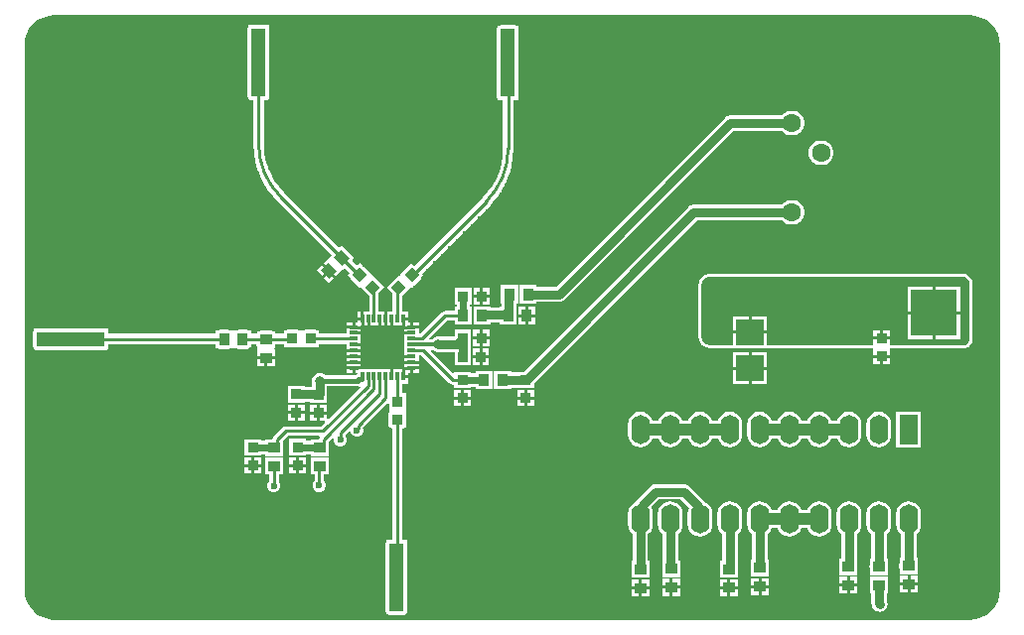
<source format=gtl>
G04*
G04 #@! TF.GenerationSoftware,Altium Limited,Altium Designer,21.1.1 (26)*
G04*
G04 Layer_Physical_Order=1*
G04 Layer_Color=255*
%FSLAX43Y43*%
%MOMM*%
G71*
G04*
G04 #@! TF.SameCoordinates,37E81C00-8B6F-4B96-ABBB-DCCB29EF6B03*
G04*
G04*
G04 #@! TF.FilePolarity,Positive*
G04*
G01*
G75*
%ADD12C,0.254*%
%ADD14R,1.020X0.940*%
%ADD15R,0.300X0.800*%
%ADD16R,0.800X0.300*%
%ADD17R,3.800X3.800*%
%ADD18R,1.702X5.842*%
%ADD19R,1.270X5.842*%
%ADD20R,0.930X0.870*%
G04:AMPARAMS|DCode=21|XSize=0.94mm|YSize=1.02mm|CornerRadius=0mm|HoleSize=0mm|Usage=FLASHONLY|Rotation=45.000|XOffset=0mm|YOffset=0mm|HoleType=Round|Shape=Rectangle|*
%AMROTATEDRECTD21*
4,1,4,0.028,-0.693,-0.693,0.028,-0.028,0.693,0.693,-0.028,0.028,-0.693,0.0*
%
%ADD21ROTATEDRECTD21*%

%ADD22R,0.940X1.020*%
%ADD23R,4.000X4.000*%
%ADD24R,0.870X0.930*%
%ADD25R,5.842X1.702*%
%ADD26R,5.842X1.270*%
%ADD27R,2.350X2.210*%
G04:AMPARAMS|DCode=28|XSize=0.87mm|YSize=0.93mm|CornerRadius=0mm|HoleSize=0mm|Usage=FLASHONLY|Rotation=315.000|XOffset=0mm|YOffset=0mm|HoleType=Round|Shape=Rectangle|*
%AMROTATEDRECTD28*
4,1,4,-0.636,-0.021,0.021,0.636,0.636,0.021,-0.021,-0.636,-0.636,-0.021,0.0*
%
%ADD28ROTATEDRECTD28*%

G04:AMPARAMS|DCode=29|XSize=0.87mm|YSize=0.93mm|CornerRadius=0mm|HoleSize=0mm|Usage=FLASHONLY|Rotation=45.000|XOffset=0mm|YOffset=0mm|HoleType=Round|Shape=Rectangle|*
%AMROTATEDRECTD29*
4,1,4,0.021,-0.636,-0.636,0.021,-0.021,0.636,0.636,-0.021,0.021,-0.636,0.0*
%
%ADD29ROTATEDRECTD29*%

%ADD30C,4.000*%
%ADD31C,1.600*%
%ADD32R,1.600X2.500*%
%ADD33O,1.600X2.500*%
%ADD34C,1.500*%
%ADD35C,0.600*%
%ADD36C,0.800*%
%ADD37C,1.000*%
%ADD38C,0.293*%
%ADD39C,1.000*%
%ADD40C,0.800*%
%ADD41C,0.400*%
%ADD42C,0.600*%
%ADD43C,0.300*%
G36*
X119986Y105194D02*
X120477Y105045D01*
X120930Y104803D01*
X121327Y104477D01*
X121653Y104080D01*
X121895Y103627D01*
X122044Y103136D01*
X122086Y102706D01*
Y56169D01*
X122044Y55739D01*
X121895Y55248D01*
X121653Y54795D01*
X121327Y54398D01*
X120930Y54072D01*
X120477Y53830D01*
X119986Y53681D01*
X119500Y53634D01*
X119475Y53638D01*
X41652Y53638D01*
X41525Y53638D01*
X41525Y53639D01*
X41400Y53644D01*
X41014Y53682D01*
X40523Y53831D01*
X40070Y54073D01*
X39673Y54398D01*
X39347Y54795D01*
X39105Y55248D01*
X38956Y55739D01*
X38910Y56208D01*
X38913Y56225D01*
X38913Y84362D01*
X38961Y84410D01*
Y103221D01*
X39084Y103627D01*
X39326Y104080D01*
X39652Y104477D01*
X40049Y104803D01*
X40501Y105045D01*
X40993Y105194D01*
X41459Y105240D01*
X41475Y105237D01*
X119475Y105237D01*
X119500Y105241D01*
X119986Y105194D01*
D02*
G37*
%LPC*%
G36*
X104467Y97082D02*
X104189D01*
X103921Y97011D01*
X103681Y96872D01*
X103497Y96688D01*
X99078D01*
X98908Y96666D01*
X98749Y96600D01*
X98612Y96495D01*
X84202Y82085D01*
X82564D01*
Y82189D01*
X81116D01*
Y80661D01*
X82564D01*
Y80765D01*
X84475D01*
X84646Y80788D01*
X84805Y80854D01*
X84941Y80959D01*
X99352Y95369D01*
X103497D01*
X103681Y95185D01*
X103921Y95046D01*
X104189Y94974D01*
X104467D01*
X104735Y95046D01*
X104975Y95185D01*
X105171Y95381D01*
X105310Y95622D01*
X105382Y95890D01*
Y96167D01*
X105310Y96435D01*
X105171Y96676D01*
X104975Y96872D01*
X104735Y97011D01*
X104467Y97082D01*
D02*
G37*
G36*
X106967Y94542D02*
X106689D01*
X106421Y94471D01*
X106181Y94332D01*
X105984Y94136D01*
X105846Y93895D01*
X105774Y93627D01*
Y93350D01*
X105846Y93082D01*
X105984Y92841D01*
X106181Y92645D01*
X106421Y92506D01*
X106689Y92434D01*
X106967D01*
X107235Y92506D01*
X107475Y92645D01*
X107671Y92841D01*
X107810Y93082D01*
X107882Y93350D01*
Y93627D01*
X107810Y93895D01*
X107671Y94136D01*
X107475Y94332D01*
X107235Y94471D01*
X106967Y94542D01*
D02*
G37*
G36*
X104467Y89462D02*
X104189D01*
X103921Y89391D01*
X103681Y89252D01*
X103497Y89068D01*
X95958D01*
X95788Y89046D01*
X95629Y88980D01*
X95492Y88875D01*
X81436Y74819D01*
X80931D01*
Y74775D01*
X80399D01*
Y74864D01*
X78951D01*
Y73336D01*
X80399D01*
Y73455D01*
X80931D01*
Y73441D01*
X82369D01*
Y73886D01*
X96232Y87749D01*
X103497D01*
X103681Y87565D01*
X103921Y87426D01*
X104189Y87354D01*
X104467D01*
X104735Y87426D01*
X104975Y87565D01*
X105171Y87761D01*
X105310Y88002D01*
X105382Y88270D01*
Y88547D01*
X105310Y88815D01*
X105171Y89056D01*
X104975Y89252D01*
X104735Y89391D01*
X104467Y89462D01*
D02*
G37*
G36*
X59510Y104415D02*
X58240D01*
X58128Y104393D01*
X58101Y104375D01*
X57986D01*
Y104260D01*
X57968Y104233D01*
X57946Y104121D01*
Y98279D01*
X57968Y98167D01*
X57986Y98140D01*
Y98025D01*
X58101D01*
X58128Y98007D01*
X58240Y97985D01*
X58422D01*
Y94252D01*
X58422Y94252D01*
X58425Y94238D01*
X58425Y94236D01*
X58465Y93508D01*
X58470Y93492D01*
X58469Y93475D01*
X58591Y92757D01*
X58597Y92741D01*
X58599Y92724D01*
X58800Y92024D01*
X58808Y92009D01*
X58811Y91993D01*
X59090Y91320D01*
X59099Y91306D01*
X59104Y91290D01*
X59457Y90652D01*
X59468Y90639D01*
X59475Y90624D01*
X59896Y90030D01*
X59908Y90018D01*
X59917Y90004D01*
X60402Y89461D01*
X60405Y89459D01*
X60412Y89447D01*
X60412Y89447D01*
X60413Y89447D01*
X60413Y89447D01*
X60413Y89447D01*
X65080Y84779D01*
X65071Y84765D01*
X65045Y84704D01*
X64922Y84580D01*
X64963Y84539D01*
X64962Y84533D01*
X64830Y84485D01*
X64829Y84487D01*
X64406Y84065D01*
X64947Y83525D01*
X65487Y82984D01*
X65909Y83406D01*
X65908Y83408D01*
X65955Y83540D01*
X65961Y83541D01*
X66002Y83500D01*
X66126Y83623D01*
X66187Y83648D01*
X66202Y83658D01*
X66629Y83231D01*
X66478Y83080D01*
X66670Y82888D01*
X66668Y82880D01*
X66690Y82768D01*
X66754Y82672D01*
X67369Y82057D01*
X67465Y81994D01*
X67577Y81971D01*
X67585Y81973D01*
X68291Y81267D01*
Y79979D01*
X67827D01*
Y79325D01*
X67700D01*
Y79198D01*
X67296D01*
Y79029D01*
X67127D01*
Y78625D01*
X67000D01*
Y78498D01*
X66346D01*
Y78078D01*
X64034D01*
Y78090D01*
X64012Y78202D01*
X63994Y78229D01*
Y78344D01*
X63879D01*
X63852Y78362D01*
X63740Y78384D01*
X62870D01*
X62758Y78362D01*
X62731Y78344D01*
X62319D01*
X62292Y78362D01*
X62180Y78384D01*
X61310D01*
X61198Y78362D01*
X61171Y78344D01*
X61056D01*
Y78229D01*
X61038Y78202D01*
X61016Y78090D01*
Y78068D01*
X60283D01*
X60264Y78115D01*
Y78289D01*
X60090D01*
X60028Y78314D01*
X59916Y78337D01*
X59084D01*
X58972Y78314D01*
X58910Y78289D01*
X58736D01*
Y78115D01*
X58717Y78068D01*
X58271D01*
X58264Y78103D01*
X58239Y78165D01*
Y78339D01*
X58065D01*
X58003Y78364D01*
X57891Y78387D01*
X57139D01*
X57027Y78364D01*
X56965Y78339D01*
X56485D01*
X56423Y78364D01*
X56311Y78387D01*
X55559D01*
X55447Y78364D01*
X55385Y78339D01*
X55211D01*
Y78165D01*
X55186Y78103D01*
X55176Y78053D01*
X46090D01*
Y78210D01*
X46068Y78322D01*
X46050Y78349D01*
Y78464D01*
X45935D01*
X45908Y78482D01*
X45796Y78504D01*
X39954D01*
X39842Y78482D01*
X39815Y78464D01*
X39700D01*
Y78349D01*
X39682Y78322D01*
X39660Y78210D01*
Y76940D01*
X39682Y76828D01*
X39700Y76801D01*
Y76686D01*
X39815D01*
X39842Y76668D01*
X39954Y76646D01*
X45796D01*
X45908Y76668D01*
X45935Y76686D01*
X46050D01*
Y76801D01*
X46068Y76828D01*
X46090Y76940D01*
Y77147D01*
X55166D01*
X55186Y77047D01*
X55211Y76985D01*
Y76811D01*
X55385D01*
X55447Y76786D01*
X55559Y76763D01*
X56311D01*
X56423Y76786D01*
X56485Y76811D01*
X56965D01*
X57027Y76786D01*
X57139Y76763D01*
X57891D01*
X58003Y76786D01*
X58065Y76811D01*
X58239D01*
Y76985D01*
X58264Y77047D01*
X58287Y77159D01*
Y77162D01*
X58694D01*
X58711Y77077D01*
X58736Y77015D01*
Y76841D01*
X58794D01*
X58798Y76836D01*
X58738Y76709D01*
X58736D01*
Y76112D01*
X59500D01*
X60264D01*
Y76709D01*
X60262D01*
X60202Y76836D01*
X60206Y76841D01*
X60264D01*
Y77015D01*
X60289Y77077D01*
X60306Y77162D01*
X61016D01*
Y77160D01*
X61038Y77048D01*
X61056Y77021D01*
Y76906D01*
X61171D01*
X61198Y76888D01*
X61310Y76866D01*
X62180D01*
X62292Y76888D01*
X62319Y76906D01*
X62731D01*
X62758Y76888D01*
X62870Y76866D01*
X63740D01*
X63852Y76888D01*
X63879Y76906D01*
X63994D01*
Y77021D01*
X64012Y77048D01*
X64034Y77160D01*
Y77172D01*
X66346D01*
Y76752D01*
X67000D01*
Y76498D01*
X66346D01*
Y76252D01*
X67000D01*
Y75998D01*
X66346D01*
Y75752D01*
X67000D01*
Y75498D01*
X66346D01*
Y75252D01*
X67000D01*
Y75125D01*
X67127D01*
Y74721D01*
X67296D01*
Y74587D01*
X67248Y74578D01*
X67162Y74520D01*
X64602D01*
X64599Y74524D01*
X64565Y74550D01*
X64534Y74581D01*
X64497Y74602D01*
X64462Y74629D01*
X64422Y74645D01*
X64385Y74667D01*
X64343Y74678D01*
X64303Y74695D01*
X64260Y74700D01*
X64219Y74712D01*
X64175D01*
X64132Y74717D01*
X64090Y74712D01*
X64046D01*
X64005Y74700D01*
X63962Y74695D01*
X63922Y74678D01*
X63880Y74667D01*
X63843Y74645D01*
X63803Y74629D01*
X63768Y74602D01*
X63731Y74581D01*
X63700Y74550D01*
X63666Y74524D01*
X63599Y74456D01*
X63494Y74320D01*
X63428Y74161D01*
X63405Y73990D01*
Y73549D01*
X63281D01*
Y73540D01*
X62794D01*
Y73569D01*
X61356D01*
Y72191D01*
X62794D01*
Y72220D01*
X63281D01*
Y72171D01*
X64719D01*
Y72852D01*
X64725Y72895D01*
Y73595D01*
X67332D01*
X67332Y73595D01*
X67375Y73603D01*
X67518Y73502D01*
X67522Y73474D01*
X64836Y70789D01*
X64719Y70838D01*
Y71173D01*
X64127D01*
Y70611D01*
X64492D01*
X64541Y70494D01*
X64206Y70159D01*
X61175D01*
X61019Y70127D01*
X60886Y70039D01*
X60177Y69329D01*
X60088Y69197D01*
X60059Y69052D01*
X59454D01*
Y68904D01*
X59130D01*
Y69040D01*
X57692D01*
Y67662D01*
X59130D01*
Y67774D01*
X59454D01*
Y67604D01*
X60982D01*
Y68979D01*
X61344Y69341D01*
X64006D01*
X64074Y69214D01*
X64061Y69195D01*
X64035Y69064D01*
X63311D01*
Y68923D01*
X62930D01*
Y69065D01*
X61492D01*
Y67687D01*
X62930D01*
Y67793D01*
X63311D01*
Y67616D01*
X64839D01*
Y68624D01*
X64847Y68663D01*
Y68869D01*
X65208Y69231D01*
X65316Y69159D01*
X65296Y69110D01*
Y68890D01*
X65380Y68686D01*
X65536Y68530D01*
X65740Y68446D01*
X65960D01*
X66164Y68530D01*
X66320Y68686D01*
X66404Y68890D01*
Y69110D01*
X66320Y69314D01*
X66317Y69316D01*
Y69464D01*
X66579Y69726D01*
X66704Y69671D01*
X66780Y69486D01*
X66936Y69330D01*
X67140Y69246D01*
X67360D01*
X67564Y69330D01*
X67720Y69486D01*
X67804Y69690D01*
Y69910D01*
X67768Y69998D01*
Y70040D01*
X69864Y72136D01*
X69981Y72087D01*
Y71294D01*
X69963Y71267D01*
X69941Y71155D01*
Y70285D01*
X69963Y70173D01*
X69981Y70146D01*
Y70031D01*
X70096D01*
X70123Y70013D01*
X70235Y69991D01*
X70247D01*
Y60490D01*
X70010D01*
X69898Y60468D01*
X69872Y60450D01*
X69757D01*
Y60335D01*
X69739Y60308D01*
X69717Y60196D01*
Y54354D01*
X69739Y54242D01*
X69757Y54215D01*
Y54100D01*
X69872D01*
X69898Y54082D01*
X70010Y54060D01*
X71281D01*
X71393Y54082D01*
X71419Y54100D01*
X71535D01*
Y54215D01*
X71552Y54242D01*
X71574Y54354D01*
Y60196D01*
X71552Y60308D01*
X71535Y60335D01*
Y60450D01*
X71419D01*
X71393Y60468D01*
X71281Y60490D01*
X71153D01*
Y69991D01*
X71165D01*
X71277Y70013D01*
X71304Y70031D01*
X71419D01*
Y70146D01*
X71437Y70173D01*
X71459Y70285D01*
Y71155D01*
X71437Y71267D01*
X71419Y71294D01*
Y72969D01*
X71109D01*
Y73771D01*
X71604D01*
Y74298D01*
X71200D01*
Y74552D01*
X71604D01*
Y74721D01*
X71773D01*
Y75125D01*
X71900D01*
Y75252D01*
X72554D01*
Y75498D01*
X71900D01*
Y75752D01*
X72554D01*
Y76216D01*
X72756D01*
X75131Y73841D01*
X75131Y73841D01*
X75264Y73753D01*
X75420Y73721D01*
X75531Y73678D01*
Y73441D01*
X76969D01*
Y73550D01*
X77371D01*
Y73336D01*
X78819D01*
Y74864D01*
X77371D01*
Y74680D01*
X76969D01*
Y74819D01*
X75531D01*
Y74763D01*
X75414Y74714D01*
X73558Y76570D01*
X73607Y76692D01*
X73698Y76697D01*
X73709Y76684D01*
X73743Y76657D01*
X73773Y76627D01*
X73811Y76605D01*
X73845Y76579D01*
X73885Y76562D01*
X73923Y76541D01*
X73964Y76529D01*
X74004Y76513D01*
X74047Y76507D01*
X74089Y76496D01*
X74132D01*
X74175Y76490D01*
X75583D01*
Y75354D01*
X76961D01*
Y76792D01*
X76952D01*
Y76954D01*
X76981D01*
Y78392D01*
X75603D01*
Y77917D01*
X75496Y77810D01*
X74175D01*
X74132Y77804D01*
X74089D01*
X74047Y77793D01*
X74004Y77787D01*
X73965Y77771D01*
X73923Y77759D01*
X73885Y77738D01*
X73845Y77721D01*
X73811Y77695D01*
X73773Y77673D01*
X73743Y77643D01*
X73709Y77616D01*
X73682Y77582D01*
X73652Y77552D01*
X73643Y77537D01*
X73481D01*
X73432Y77654D01*
X74969Y79191D01*
X75596D01*
Y78836D01*
X77044D01*
Y80364D01*
X76887D01*
Y80521D01*
X77014D01*
Y81959D01*
X75636D01*
Y80521D01*
X75758D01*
Y80364D01*
X75596D01*
Y80009D01*
X74800D01*
X74644Y79977D01*
X74511Y79889D01*
X72681Y78059D01*
X72554Y78094D01*
Y78498D01*
X71900D01*
Y78625D01*
X71773D01*
Y79029D01*
X71604D01*
Y79198D01*
X71200D01*
Y79452D01*
X71604D01*
Y79979D01*
X71109D01*
Y81242D01*
X71819Y81952D01*
X71930Y81991D01*
X71934Y81992D01*
X72029Y82056D01*
X72644Y82671D01*
X72708Y82766D01*
X72727Y82860D01*
X72922Y83055D01*
X72779Y83199D01*
X78613Y89032D01*
X78613Y89032D01*
X78620Y89044D01*
X78623Y89046D01*
X79108Y89589D01*
X79117Y89603D01*
X79129Y89615D01*
X79550Y90209D01*
X79557Y90224D01*
X79568Y90237D01*
X79921Y90875D01*
X79926Y90891D01*
X79935Y90905D01*
X80214Y91578D01*
X80217Y91594D01*
X80225Y91609D01*
X80426Y92310D01*
X80428Y92326D01*
X80434Y92342D01*
X80556Y93060D01*
X80555Y93077D01*
X80560Y93093D01*
X80600Y93821D01*
X80600Y93823D01*
X80603Y93837D01*
X80603Y93837D01*
X80603Y93837D01*
X80603Y97960D01*
X80760D01*
X80872Y97982D01*
X80899Y98000D01*
X81014D01*
Y98115D01*
X81032Y98142D01*
X81054Y98254D01*
Y104096D01*
X81032Y104208D01*
X81014Y104235D01*
Y104350D01*
X80899D01*
X80872Y104368D01*
X80760Y104390D01*
X79490D01*
X79378Y104368D01*
X79351Y104350D01*
X79236D01*
Y104235D01*
X79218Y104208D01*
X79196Y104096D01*
Y98254D01*
X79218Y98142D01*
X79236Y98115D01*
Y98000D01*
X79351D01*
X79378Y97982D01*
X79490Y97960D01*
X79697D01*
X79697Y93837D01*
X79697Y93837D01*
X79697Y93837D01*
X79704Y93803D01*
X79669Y93177D01*
X79558Y92525D01*
X79375Y91889D01*
X79122Y91278D01*
X78802Y90699D01*
X78419Y90160D01*
X78001Y89692D01*
X77972Y89673D01*
X72139Y83839D01*
X71905Y84072D01*
X71590Y83757D01*
X71571Y83744D01*
X70956Y83129D01*
X70931Y83098D01*
X70931Y83098D01*
X70846Y83004D01*
X70802Y82969D01*
X70802D01*
X69828Y81995D01*
X70291Y81531D01*
Y79979D01*
X69827D01*
Y79325D01*
X69573D01*
Y79979D01*
X69109D01*
Y81556D01*
X69572Y82020D01*
X68598Y82994D01*
X68598D01*
X68550Y83024D01*
X68469Y83123D01*
Y83123D01*
X67495Y84097D01*
X67269Y83871D01*
X66847Y84293D01*
X66878Y84339D01*
X66903Y84400D01*
X67026Y84524D01*
X66903Y84647D01*
X66878Y84708D01*
X66814Y84803D01*
X66814Y84803D01*
X66226Y85392D01*
X66226Y85392D01*
X66130Y85455D01*
X66069Y85481D01*
X65946Y85604D01*
X65822Y85481D01*
X65761Y85455D01*
X65715Y85425D01*
X61053Y90088D01*
X61024Y90107D01*
X60606Y90575D01*
X60223Y91114D01*
X59903Y91693D01*
X59650Y92304D01*
X59467Y92940D01*
X59356Y93592D01*
X59321Y94218D01*
X59328Y94252D01*
Y97985D01*
X59510D01*
X59622Y98007D01*
X59649Y98025D01*
X59764D01*
Y98140D01*
X59782Y98167D01*
X59804Y98279D01*
Y104121D01*
X59782Y104233D01*
X59764Y104260D01*
Y104375D01*
X59649D01*
X59622Y104393D01*
X59510Y104415D01*
D02*
G37*
G36*
X97279Y83159D02*
X97254Y83154D01*
X97228Y83154D01*
X97088Y83126D01*
X97064Y83116D01*
X97039Y83111D01*
X96907Y83057D01*
X96886Y83043D01*
X96863Y83033D01*
X96744Y82953D01*
X96726Y82935D01*
X96705Y82921D01*
X96604Y82820D01*
X96590Y82799D01*
X96572Y82781D01*
X96492Y82662D01*
X96482Y82639D01*
X96468Y82618D01*
X96414Y82486D01*
X96409Y82461D01*
X96399Y82437D01*
X96380Y82343D01*
Y82328D01*
X96376Y82313D01*
X96367Y82195D01*
X96368Y82185D01*
X96366Y82175D01*
X96366Y77776D01*
X96371Y77751D01*
Y77726D01*
X96400Y77581D01*
X96410Y77557D01*
X96415Y77532D01*
X96471Y77396D01*
X96485Y77374D01*
X96495Y77351D01*
X96577Y77228D01*
X96595Y77210D01*
X96609Y77189D01*
X96714Y77084D01*
X96735Y77070D01*
X96753Y77052D01*
X96876Y76970D01*
X96899Y76960D01*
X96921Y76946D01*
X97057Y76890D01*
X97082Y76885D01*
X97106Y76875D01*
X97251Y76846D01*
X97276D01*
X97301Y76841D01*
X99346D01*
Y76841D01*
X102204D01*
Y76841D01*
X111169Y76841D01*
X111281Y76804D01*
X111281Y76714D01*
Y76242D01*
X112000D01*
X112719D01*
Y76714D01*
X112719Y76804D01*
X112831Y76841D01*
X119115D01*
X119214Y76861D01*
X119379Y76929D01*
X119379Y76929D01*
X119463Y76985D01*
X119463Y76985D01*
X119590Y77112D01*
X119646Y77196D01*
X119714Y77361D01*
X119734Y77460D01*
Y77550D01*
X119734Y77550D01*
X119734Y82350D01*
X119734Y82459D01*
X119714Y82558D01*
X119631Y82761D01*
X119574Y82845D01*
X119574Y82845D01*
X119420Y82999D01*
X119420Y82999D01*
X119336Y83056D01*
X119134Y83139D01*
X119034Y83159D01*
X118925Y83159D01*
X118925Y83159D01*
X97350D01*
X97279Y83159D01*
D02*
G37*
G36*
X64227Y83885D02*
X63805Y83463D01*
X64255Y83013D01*
X64677Y83435D01*
X64227Y83885D01*
D02*
G37*
G36*
X64857Y83255D02*
X64435Y82833D01*
X64885Y82383D01*
X65307Y82805D01*
X64857Y83255D01*
D02*
G37*
G36*
X78574Y81959D02*
X78012D01*
Y81367D01*
X78574D01*
Y81959D01*
D02*
G37*
G36*
X77758D02*
X77196D01*
Y81367D01*
X77758D01*
Y81959D01*
D02*
G37*
G36*
X78574Y81113D02*
X78012D01*
Y80521D01*
X78574D01*
Y81113D01*
D02*
G37*
G36*
X77758D02*
X77196D01*
Y80521D01*
X77758D01*
Y81113D01*
D02*
G37*
G36*
X80984Y82189D02*
X79536D01*
Y80661D01*
X79550D01*
Y80364D01*
X79436D01*
Y80310D01*
X78624D01*
Y80364D01*
X77176D01*
Y78836D01*
X78624D01*
Y78990D01*
X79436D01*
Y78836D01*
X80884D01*
Y80364D01*
X80870D01*
Y80661D01*
X80984D01*
Y82189D01*
D02*
G37*
G36*
X82464Y80364D02*
X81867D01*
Y79727D01*
X82464D01*
Y80364D01*
D02*
G37*
G36*
X81613D02*
X81016D01*
Y79727D01*
X81613D01*
Y80364D01*
D02*
G37*
G36*
X67573Y79979D02*
X67296D01*
Y79452D01*
X67573D01*
Y79979D01*
D02*
G37*
G36*
X82464Y79473D02*
X81867D01*
Y78836D01*
X82464D01*
Y79473D01*
D02*
G37*
G36*
X81613D02*
X81016D01*
Y78836D01*
X81613D01*
Y79473D01*
D02*
G37*
G36*
X66873Y79029D02*
X66346D01*
Y78752D01*
X66873D01*
Y79029D01*
D02*
G37*
G36*
X72554D02*
X72027D01*
Y78752D01*
X72554D01*
Y79029D01*
D02*
G37*
G36*
X78541Y78392D02*
X77979D01*
Y77800D01*
X78541D01*
Y78392D01*
D02*
G37*
G36*
X77725D02*
X77163D01*
Y77800D01*
X77725D01*
Y78392D01*
D02*
G37*
G36*
X78541Y77546D02*
X77979D01*
Y76954D01*
X78541D01*
Y77546D01*
D02*
G37*
G36*
X77725D02*
X77163D01*
Y76954D01*
X77725D01*
Y77546D01*
D02*
G37*
G36*
X78521Y76792D02*
X77959D01*
Y76200D01*
X78521D01*
Y76792D01*
D02*
G37*
G36*
X77705D02*
X77143D01*
Y76200D01*
X77705D01*
Y76792D01*
D02*
G37*
G36*
X112719Y75988D02*
X112127D01*
Y75426D01*
X112719D01*
Y75988D01*
D02*
G37*
G36*
X111873D02*
X111281D01*
Y75426D01*
X111873D01*
Y75988D01*
D02*
G37*
G36*
X78521Y75946D02*
X77959D01*
Y75354D01*
X78521D01*
Y75946D01*
D02*
G37*
G36*
X77705D02*
X77143D01*
Y75354D01*
X77705D01*
Y75946D01*
D02*
G37*
G36*
X60264Y75858D02*
X59627D01*
Y75261D01*
X60264D01*
Y75858D01*
D02*
G37*
G36*
X59373D02*
X58736D01*
Y75261D01*
X59373D01*
Y75858D01*
D02*
G37*
G36*
X102204Y76459D02*
X100902D01*
Y75227D01*
X102204D01*
Y76459D01*
D02*
G37*
G36*
X100648D02*
X99346D01*
Y75227D01*
X100648D01*
Y76459D01*
D02*
G37*
G36*
X72554Y74998D02*
X72027D01*
Y74721D01*
X72554D01*
Y74998D01*
D02*
G37*
G36*
X66873Y74998D02*
X66346D01*
Y74721D01*
X66873D01*
Y74998D01*
D02*
G37*
G36*
X102204Y74973D02*
X100902D01*
Y73741D01*
X102204D01*
Y74973D01*
D02*
G37*
G36*
X100648D02*
X99346D01*
Y73741D01*
X100648D01*
Y74973D01*
D02*
G37*
G36*
X82369Y73259D02*
X81777D01*
Y72697D01*
X82369D01*
Y73259D01*
D02*
G37*
G36*
X81523D02*
X80931D01*
Y72697D01*
X81523D01*
Y73259D01*
D02*
G37*
G36*
X76969D02*
X76377D01*
Y72697D01*
X76969D01*
Y73259D01*
D02*
G37*
G36*
X76123D02*
X75531D01*
Y72697D01*
X76123D01*
Y73259D01*
D02*
G37*
G36*
X82369Y72443D02*
X81777D01*
Y71881D01*
X82369D01*
Y72443D01*
D02*
G37*
G36*
X81523D02*
X80931D01*
Y71881D01*
X81523D01*
Y72443D01*
D02*
G37*
G36*
X76969Y72443D02*
X76377D01*
Y71881D01*
X76969D01*
Y72443D01*
D02*
G37*
G36*
X76123D02*
X75531D01*
Y71881D01*
X76123D01*
Y72443D01*
D02*
G37*
G36*
X62794Y72009D02*
X62202D01*
Y71447D01*
X62794D01*
Y72009D01*
D02*
G37*
G36*
X61948D02*
X61356D01*
Y71447D01*
X61948D01*
Y72009D01*
D02*
G37*
G36*
X64719Y71989D02*
X64127D01*
Y71427D01*
X64719D01*
Y71989D01*
D02*
G37*
G36*
X63873D02*
X63281D01*
Y71427D01*
X63873D01*
Y71989D01*
D02*
G37*
G36*
X109196Y71394D02*
X108921Y71357D01*
X108665Y71251D01*
X108445Y71082D01*
X108276Y70862D01*
X108184Y70641D01*
X107669D01*
X107577Y70862D01*
X107408Y71082D01*
X107188Y71251D01*
X106932Y71357D01*
X106656Y71394D01*
X106381Y71357D01*
X106125Y71251D01*
X105905Y71082D01*
X105736Y70862D01*
X105644Y70641D01*
X105129D01*
X105037Y70862D01*
X104868Y71082D01*
X104648Y71251D01*
X104392Y71357D01*
X104116Y71394D01*
X103841Y71357D01*
X103585Y71251D01*
X103365Y71082D01*
X103196Y70862D01*
X103104Y70641D01*
X102589D01*
X102497Y70862D01*
X102328Y71082D01*
X102108Y71251D01*
X101852Y71357D01*
X101576Y71394D01*
X101301Y71357D01*
X101045Y71251D01*
X100825Y71082D01*
X100656Y70862D01*
X100550Y70606D01*
X100513Y70330D01*
Y69430D01*
X100550Y69155D01*
X100656Y68899D01*
X100825Y68679D01*
X101045Y68510D01*
X101301Y68404D01*
X101576Y68367D01*
X101852Y68404D01*
X102108Y68510D01*
X102328Y68679D01*
X102497Y68899D01*
X102589Y69120D01*
X103104D01*
X103196Y68899D01*
X103365Y68679D01*
X103585Y68510D01*
X103841Y68404D01*
X104116Y68367D01*
X104392Y68404D01*
X104648Y68510D01*
X104868Y68679D01*
X105037Y68899D01*
X105129Y69120D01*
X105644D01*
X105736Y68899D01*
X105905Y68679D01*
X106125Y68510D01*
X106381Y68404D01*
X106656Y68367D01*
X106932Y68404D01*
X107188Y68510D01*
X107408Y68679D01*
X107577Y68899D01*
X107669Y69120D01*
X108184D01*
X108276Y68899D01*
X108445Y68679D01*
X108665Y68510D01*
X108921Y68404D01*
X109196Y68367D01*
X109472Y68404D01*
X109728Y68510D01*
X109948Y68679D01*
X110117Y68899D01*
X110223Y69155D01*
X110259Y69430D01*
Y70330D01*
X110223Y70606D01*
X110117Y70862D01*
X109948Y71082D01*
X109728Y71251D01*
X109472Y71357D01*
X109196Y71394D01*
D02*
G37*
G36*
X99036D02*
X98761Y71357D01*
X98505Y71251D01*
X98285Y71082D01*
X98116Y70862D01*
X98024Y70641D01*
X97509D01*
X97417Y70862D01*
X97248Y71082D01*
X97028Y71251D01*
X96772Y71357D01*
X96496Y71394D01*
X96221Y71357D01*
X95965Y71251D01*
X95745Y71082D01*
X95576Y70862D01*
X95484Y70641D01*
X94969D01*
X94877Y70862D01*
X94708Y71082D01*
X94488Y71251D01*
X94232Y71357D01*
X93956Y71394D01*
X93681Y71357D01*
X93425Y71251D01*
X93205Y71082D01*
X93036Y70862D01*
X92944Y70641D01*
X92429D01*
X92337Y70862D01*
X92168Y71082D01*
X91948Y71251D01*
X91692Y71357D01*
X91416Y71394D01*
X91141Y71357D01*
X90885Y71251D01*
X90665Y71082D01*
X90496Y70862D01*
X90390Y70606D01*
X90353Y70330D01*
Y69430D01*
X90390Y69155D01*
X90496Y68899D01*
X90665Y68679D01*
X90885Y68510D01*
X91141Y68404D01*
X91416Y68367D01*
X91692Y68404D01*
X91948Y68510D01*
X92168Y68679D01*
X92337Y68899D01*
X92429Y69120D01*
X92944D01*
X93036Y68899D01*
X93205Y68679D01*
X93425Y68510D01*
X93681Y68404D01*
X93956Y68367D01*
X94232Y68404D01*
X94488Y68510D01*
X94708Y68679D01*
X94877Y68899D01*
X94969Y69120D01*
X95484D01*
X95576Y68899D01*
X95745Y68679D01*
X95965Y68510D01*
X96221Y68404D01*
X96496Y68367D01*
X96772Y68404D01*
X97028Y68510D01*
X97248Y68679D01*
X97417Y68899D01*
X97509Y69120D01*
X98024D01*
X98116Y68899D01*
X98285Y68679D01*
X98505Y68510D01*
X98761Y68404D01*
X99036Y68367D01*
X99312Y68404D01*
X99568Y68510D01*
X99788Y68679D01*
X99957Y68899D01*
X100063Y69155D01*
X100099Y69430D01*
Y70330D01*
X100063Y70606D01*
X99957Y70862D01*
X99788Y71082D01*
X99568Y71251D01*
X99312Y71357D01*
X99036Y71394D01*
D02*
G37*
G36*
X62794Y71193D02*
X62202D01*
Y70631D01*
X62794D01*
Y71193D01*
D02*
G37*
G36*
X61948D02*
X61356D01*
Y70631D01*
X61948D01*
Y71193D01*
D02*
G37*
G36*
X63873Y71173D02*
X63281D01*
Y70611D01*
X63873D01*
Y71173D01*
D02*
G37*
G36*
X115330Y71384D02*
X113222D01*
Y68376D01*
X115330D01*
Y71384D01*
D02*
G37*
G36*
X111736Y71394D02*
X111461Y71357D01*
X111205Y71251D01*
X110985Y71082D01*
X110816Y70862D01*
X110710Y70606D01*
X110673Y70330D01*
Y69430D01*
X110710Y69155D01*
X110816Y68899D01*
X110985Y68679D01*
X111205Y68510D01*
X111461Y68404D01*
X111736Y68367D01*
X112012Y68404D01*
X112268Y68510D01*
X112488Y68679D01*
X112657Y68899D01*
X112763Y69155D01*
X112799Y69430D01*
Y70330D01*
X112763Y70606D01*
X112657Y70862D01*
X112488Y71082D01*
X112268Y71251D01*
X112012Y71357D01*
X111736Y71394D01*
D02*
G37*
G36*
X62930Y67505D02*
X62338D01*
Y66943D01*
X62930D01*
Y67505D01*
D02*
G37*
G36*
X62084D02*
X61492D01*
Y66943D01*
X62084D01*
Y67505D01*
D02*
G37*
G36*
X59130Y67480D02*
X58538D01*
Y66918D01*
X59130D01*
Y67480D01*
D02*
G37*
G36*
X58284D02*
X57692D01*
Y66918D01*
X58284D01*
Y67480D01*
D02*
G37*
G36*
X62930Y66689D02*
X62338D01*
Y66127D01*
X62930D01*
Y66689D01*
D02*
G37*
G36*
X62084D02*
X61492D01*
Y66127D01*
X62084D01*
Y66689D01*
D02*
G37*
G36*
X59130Y66664D02*
X58538D01*
Y66102D01*
X59130D01*
Y66664D01*
D02*
G37*
G36*
X58284D02*
X57692D01*
Y66102D01*
X58284D01*
Y66664D01*
D02*
G37*
G36*
X64839Y67484D02*
X63311D01*
Y66036D01*
X63641D01*
Y65525D01*
X63555Y65439D01*
X63471Y65235D01*
Y65015D01*
X63555Y64811D01*
X63711Y64655D01*
X63915Y64571D01*
X64135D01*
X64339Y64655D01*
X64495Y64811D01*
X64579Y65015D01*
Y65235D01*
X64495Y65439D01*
X64459Y65475D01*
Y66036D01*
X64839D01*
Y67484D01*
D02*
G37*
G36*
X60982Y67472D02*
X59454D01*
Y66024D01*
X59788D01*
Y65471D01*
X59705Y65389D01*
X59621Y65185D01*
Y64965D01*
X59705Y64761D01*
X59861Y64605D01*
X60065Y64521D01*
X60285D01*
X60489Y64605D01*
X60645Y64761D01*
X60729Y64965D01*
Y65185D01*
X60645Y65389D01*
X60605Y65429D01*
Y66024D01*
X60982D01*
Y67472D01*
D02*
G37*
G36*
X106656Y63764D02*
X106381Y63727D01*
X106125Y63621D01*
X105905Y63452D01*
X105736Y63232D01*
X105644Y63011D01*
X105129D01*
X105037Y63232D01*
X104868Y63452D01*
X104648Y63621D01*
X104392Y63727D01*
X104116Y63764D01*
X103841Y63727D01*
X103585Y63621D01*
X103365Y63452D01*
X103196Y63232D01*
X103104Y63011D01*
X102589D01*
X102497Y63232D01*
X102328Y63452D01*
X102108Y63621D01*
X101852Y63727D01*
X101576Y63764D01*
X101301Y63727D01*
X101045Y63621D01*
X100825Y63452D01*
X100656Y63232D01*
X100550Y62976D01*
X100513Y62700D01*
Y61800D01*
X100550Y61525D01*
X100656Y61269D01*
X100825Y61049D01*
X100917Y60978D01*
Y58789D01*
X100861D01*
Y57341D01*
X102389D01*
Y58789D01*
X102236D01*
Y60978D01*
X102328Y61049D01*
X102497Y61269D01*
X102589Y61490D01*
X103104D01*
X103196Y61269D01*
X103365Y61049D01*
X103585Y60880D01*
X103841Y60774D01*
X104116Y60737D01*
X104392Y60774D01*
X104648Y60880D01*
X104868Y61049D01*
X105037Y61269D01*
X105129Y61490D01*
X105644D01*
X105736Y61269D01*
X105905Y61049D01*
X106125Y60880D01*
X106381Y60774D01*
X106656Y60737D01*
X106932Y60774D01*
X107188Y60880D01*
X107408Y61049D01*
X107577Y61269D01*
X107683Y61525D01*
X107719Y61800D01*
Y62700D01*
X107683Y62976D01*
X107577Y63232D01*
X107408Y63452D01*
X107188Y63621D01*
X106932Y63727D01*
X106656Y63764D01*
D02*
G37*
G36*
X95125Y65235D02*
X92725D01*
X92554Y65212D01*
X92395Y65146D01*
X92259Y65041D01*
X91103Y63886D01*
X90998Y63749D01*
X90958Y63651D01*
X90885Y63621D01*
X90665Y63452D01*
X90496Y63232D01*
X90390Y62976D01*
X90353Y62700D01*
Y61800D01*
X90390Y61525D01*
X90496Y61269D01*
X90665Y61049D01*
X90749Y60984D01*
Y58664D01*
X90636D01*
Y57216D01*
X92164D01*
Y58664D01*
X92068D01*
Y60972D01*
X92168Y61049D01*
X92337Y61269D01*
X92443Y61525D01*
X92479Y61800D01*
Y62700D01*
X92443Y62976D01*
X92337Y63232D01*
X92327Y63245D01*
X92998Y63915D01*
X94852D01*
X95564Y63203D01*
X95470Y62976D01*
X95433Y62700D01*
Y61800D01*
X95470Y61525D01*
X95576Y61269D01*
X95745Y61049D01*
X95965Y60880D01*
X96221Y60774D01*
X96496Y60737D01*
X96772Y60774D01*
X97028Y60880D01*
X97248Y61049D01*
X97417Y61269D01*
X97523Y61525D01*
X97559Y61800D01*
Y62700D01*
X97523Y62976D01*
X97417Y63232D01*
X97248Y63452D01*
X97028Y63621D01*
X96924Y63664D01*
X96915Y63686D01*
X96810Y63823D01*
X95591Y65041D01*
X95455Y65146D01*
X95296Y65212D01*
X95125Y65235D01*
D02*
G37*
G36*
X114276Y63764D02*
X114001Y63727D01*
X113745Y63621D01*
X113525Y63452D01*
X113356Y63232D01*
X113250Y62976D01*
X113213Y62700D01*
Y61800D01*
X113250Y61525D01*
X113356Y61269D01*
X113525Y61049D01*
X113617Y60978D01*
Y58989D01*
X113536D01*
Y58574D01*
X113525Y58560D01*
X113459Y58401D01*
X113437Y58230D01*
X113459Y58060D01*
X113525Y57901D01*
X113536Y57886D01*
Y57541D01*
X115064D01*
Y58989D01*
X114936D01*
Y60978D01*
X115028Y61049D01*
X115197Y61269D01*
X115303Y61525D01*
X115339Y61800D01*
Y62700D01*
X115303Y62976D01*
X115197Y63232D01*
X115028Y63452D01*
X114808Y63621D01*
X114552Y63727D01*
X114276Y63764D01*
D02*
G37*
G36*
X111736D02*
X111461Y63727D01*
X111205Y63621D01*
X110985Y63452D01*
X110816Y63232D01*
X110710Y62976D01*
X110673Y62700D01*
Y61800D01*
X110710Y61525D01*
X110816Y61269D01*
X110985Y61049D01*
X111077Y60978D01*
Y58889D01*
X111011D01*
Y58456D01*
X110959Y58331D01*
X110937Y58160D01*
X110959Y57990D01*
X111011Y57865D01*
Y57441D01*
X112539D01*
Y58889D01*
X112396D01*
Y60978D01*
X112488Y61049D01*
X112657Y61269D01*
X112763Y61525D01*
X112799Y61800D01*
Y62700D01*
X112763Y62976D01*
X112657Y63232D01*
X112488Y63452D01*
X112268Y63621D01*
X112012Y63727D01*
X111736Y63764D01*
D02*
G37*
G36*
X109196D02*
X108921Y63727D01*
X108665Y63621D01*
X108445Y63452D01*
X108276Y63232D01*
X108170Y62976D01*
X108133Y62700D01*
Y61800D01*
X108170Y61525D01*
X108276Y61269D01*
X108445Y61049D01*
X108537Y60978D01*
Y58889D01*
X108411D01*
Y57441D01*
X109939D01*
Y58889D01*
X109856D01*
Y60978D01*
X109948Y61049D01*
X110117Y61269D01*
X110223Y61525D01*
X110259Y61800D01*
Y62700D01*
X110223Y62976D01*
X110117Y63232D01*
X109948Y63452D01*
X109728Y63621D01*
X109472Y63727D01*
X109196Y63764D01*
D02*
G37*
G36*
X93956D02*
X93681Y63727D01*
X93425Y63621D01*
X93205Y63452D01*
X93036Y63232D01*
X92930Y62976D01*
X92893Y62700D01*
Y61800D01*
X92930Y61525D01*
X93036Y61269D01*
X93205Y61049D01*
X93344Y60942D01*
Y58714D01*
X93286D01*
Y57266D01*
X94814D01*
Y58714D01*
X94663D01*
Y61014D01*
X94708Y61049D01*
X94877Y61269D01*
X94983Y61525D01*
X95019Y61800D01*
Y62700D01*
X94983Y62976D01*
X94877Y63232D01*
X94708Y63452D01*
X94488Y63621D01*
X94232Y63727D01*
X93956Y63764D01*
D02*
G37*
G36*
X99036D02*
X98761Y63727D01*
X98505Y63621D01*
X98285Y63452D01*
X98116Y63232D01*
X98010Y62976D01*
X97973Y62700D01*
Y61800D01*
X98010Y61525D01*
X98116Y61269D01*
X98285Y61049D01*
X98377Y60978D01*
Y58669D01*
X98182D01*
Y57221D01*
X99710D01*
Y58669D01*
X99696D01*
Y60978D01*
X99788Y61049D01*
X99957Y61269D01*
X100063Y61525D01*
X100099Y61800D01*
Y62700D01*
X100063Y62976D01*
X99957Y63232D01*
X99788Y63452D01*
X99568Y63621D01*
X99312Y63727D01*
X99036Y63764D01*
D02*
G37*
G36*
X115064Y57409D02*
X114427D01*
Y56812D01*
X115064D01*
Y57409D01*
D02*
G37*
G36*
X114173D02*
X113536D01*
Y56812D01*
X114173D01*
Y57409D01*
D02*
G37*
G36*
X109939Y57309D02*
X109302D01*
Y56712D01*
X109939D01*
Y57309D01*
D02*
G37*
G36*
X109048D02*
X108411D01*
Y56712D01*
X109048D01*
Y57309D01*
D02*
G37*
G36*
X102389Y57209D02*
X101752D01*
Y56612D01*
X102389D01*
Y57209D01*
D02*
G37*
G36*
X101498D02*
X100861D01*
Y56612D01*
X101498D01*
Y57209D01*
D02*
G37*
G36*
X66395Y57663D02*
X66247Y57633D01*
X66121Y57549D01*
X66036Y57423D01*
X66007Y57274D01*
Y56974D01*
X66036Y56825D01*
X66121Y56699D01*
X66247Y56615D01*
X66395Y56585D01*
X66544Y56615D01*
X66670Y56699D01*
X66754Y56825D01*
X66784Y56974D01*
Y57274D01*
X66754Y57423D01*
X66670Y57549D01*
X66544Y57633D01*
X66395Y57663D01*
D02*
G37*
G36*
X94814Y57134D02*
X94177D01*
Y56537D01*
X94814D01*
Y57134D01*
D02*
G37*
G36*
X93923D02*
X93286D01*
Y56537D01*
X93923D01*
Y57134D01*
D02*
G37*
G36*
X99710Y57089D02*
X99073D01*
Y56492D01*
X99710D01*
Y57089D01*
D02*
G37*
G36*
X98819D02*
X98182D01*
Y56492D01*
X98819D01*
Y57089D01*
D02*
G37*
G36*
X92164Y57084D02*
X91527D01*
Y56487D01*
X92164D01*
Y57084D01*
D02*
G37*
G36*
X91273D02*
X90636D01*
Y56487D01*
X91273D01*
Y57084D01*
D02*
G37*
G36*
X115064Y56558D02*
X114427D01*
Y55961D01*
X115064D01*
Y56558D01*
D02*
G37*
G36*
X114173D02*
X113536D01*
Y55961D01*
X114173D01*
Y56558D01*
D02*
G37*
G36*
X109939Y56458D02*
X109302D01*
Y55861D01*
X109939D01*
Y56458D01*
D02*
G37*
G36*
X109048D02*
X108411D01*
Y55861D01*
X109048D01*
Y56458D01*
D02*
G37*
G36*
X102389Y56358D02*
X101752D01*
Y55761D01*
X102389D01*
Y56358D01*
D02*
G37*
G36*
X101498D02*
X100861D01*
Y55761D01*
X101498D01*
Y56358D01*
D02*
G37*
G36*
X94814Y56283D02*
X94177D01*
Y55686D01*
X94814D01*
Y56283D01*
D02*
G37*
G36*
X93923D02*
X93286D01*
Y55686D01*
X93923D01*
Y56283D01*
D02*
G37*
G36*
X99710Y56238D02*
X99073D01*
Y55641D01*
X99710D01*
Y56238D01*
D02*
G37*
G36*
X98819D02*
X98182D01*
Y55641D01*
X98819D01*
Y56238D01*
D02*
G37*
G36*
X92164Y56233D02*
X91527D01*
Y55636D01*
X92164D01*
Y56233D01*
D02*
G37*
G36*
X91273D02*
X90636D01*
Y55636D01*
X91273D01*
Y56233D01*
D02*
G37*
G36*
X112539Y57309D02*
X111011D01*
Y55861D01*
X111115D01*
Y55033D01*
X111138Y54862D01*
X111204Y54703D01*
X111309Y54567D01*
X111362Y54513D01*
X111499Y54408D01*
X111658Y54342D01*
X111829Y54320D01*
X111999Y54342D01*
X112158Y54408D01*
X112295Y54513D01*
X112400Y54650D01*
X112466Y54809D01*
X112488Y54980D01*
X112466Y55150D01*
X112435Y55225D01*
Y55861D01*
X112539D01*
Y57309D01*
D02*
G37*
%LPD*%
G36*
X97350Y82900D02*
X118925D01*
X118925Y82900D01*
X118925Y82900D01*
X119034Y82900D01*
X119237Y82816D01*
X119391Y82662D01*
X119475Y82459D01*
X119475Y82350D01*
X119475Y77550D01*
X119475Y77550D01*
Y77461D01*
X119407Y77295D01*
X119280Y77169D01*
X119115Y77100D01*
X119025D01*
X112719D01*
Y77548D01*
X112000D01*
X111281D01*
Y77100D01*
X102204Y77100D01*
Y78073D01*
X100775D01*
X99346D01*
Y77100D01*
X97301D01*
X97156Y77129D01*
X97020Y77185D01*
X96897Y77267D01*
X96792Y77372D01*
X96710Y77495D01*
X96654Y77631D01*
X96625Y77776D01*
X96625Y82175D01*
X96625Y82175D01*
X96625Y82175D01*
X96634Y82293D01*
X96653Y82386D01*
X96707Y82518D01*
X96787Y82637D01*
X96888Y82738D01*
X97007Y82817D01*
X97139Y82872D01*
X97279Y82900D01*
X97350Y82900D01*
D02*
G37*
%LPC*%
G36*
X118704Y82079D02*
X116577D01*
Y79952D01*
X118704D01*
Y82079D01*
D02*
G37*
G36*
X116323D02*
X114196D01*
Y79952D01*
X116323D01*
Y82079D01*
D02*
G37*
G36*
X102204Y79559D02*
X100902D01*
Y78327D01*
X102204D01*
Y79559D01*
D02*
G37*
G36*
X100648D02*
X99346D01*
Y78327D01*
X100648D01*
Y79559D01*
D02*
G37*
G36*
X112719Y78364D02*
X112127D01*
Y77802D01*
X112719D01*
Y78364D01*
D02*
G37*
G36*
X111873D02*
X111281D01*
Y77802D01*
X111873D01*
Y78364D01*
D02*
G37*
G36*
X118704Y79698D02*
X116577D01*
Y77571D01*
X118704D01*
Y79698D01*
D02*
G37*
G36*
X116323D02*
X114196D01*
Y77571D01*
X116323D01*
Y79698D01*
D02*
G37*
%LPD*%
G54D12*
X67025Y76125D02*
X68350D01*
X67025Y76625D02*
X69200D01*
X69450Y75625D02*
X70200D01*
X67025Y77125D02*
X68350D01*
X69200D02*
Y79300D01*
X69200Y76625D02*
X69450Y76875D01*
X68350Y75775D02*
X69200Y76625D01*
X68200Y75625D02*
X68350Y75775D01*
X67781Y75206D02*
X68200Y75625D01*
X67250Y75125D02*
X67331Y75206D01*
X67781D01*
X67000Y75125D02*
X67250D01*
X69700Y77975D02*
Y79300D01*
X71200Y78625D02*
X71200Y78625D01*
X67700Y78625D02*
Y79300D01*
X69450Y76875D02*
X70200Y76125D01*
X67025Y75625D02*
X68200D01*
X70200Y77625D02*
X70550Y77975D01*
X70200Y76125D02*
X70550Y75775D01*
X70200Y75625D02*
Y76125D01*
X70700Y78125D02*
X71200Y78625D01*
X67025Y78125D02*
X68200D01*
X70550Y75775D02*
X70700Y75625D01*
X68200Y78125D02*
Y79300D01*
X71200Y78625D02*
X71875D01*
X69450Y75625D02*
Y75775D01*
X71200Y74450D02*
Y75125D01*
Y78625D02*
Y79300D01*
X67025Y78625D02*
X67700D01*
X70700Y78125D02*
X71875D01*
X70700Y75625D02*
X71200Y75125D01*
X70200Y76125D02*
X71875D01*
X70200Y74450D02*
Y75625D01*
X69700Y77125D02*
X70200Y77625D01*
X71200Y75125D02*
X71875D01*
X70200Y77625D02*
Y79300D01*
X70700Y75625D02*
X71875D01*
X68350Y77975D02*
X69200Y77125D01*
X66395Y56974D02*
Y57274D01*
X67700Y74175D02*
Y74450D01*
X67677Y74152D02*
X67700Y74175D01*
X57515Y77575D02*
X57555Y77615D01*
X63305Y77625D02*
X63305Y77625D01*
X61735Y77615D02*
X61745Y77625D01*
G54D14*
X94050Y56410D02*
D03*
Y57990D02*
D03*
X91400Y56360D02*
D03*
Y57940D02*
D03*
X98946Y57945D02*
D03*
Y56365D02*
D03*
X101625Y58065D02*
D03*
Y56485D02*
D03*
X111775Y58165D02*
D03*
Y56585D02*
D03*
X109175D02*
D03*
Y58165D02*
D03*
X114300Y56685D02*
D03*
Y58265D02*
D03*
X59500Y77565D02*
D03*
Y75985D02*
D03*
X60218Y66748D02*
D03*
Y68328D02*
D03*
X64075Y68340D02*
D03*
Y66760D02*
D03*
G54D15*
X67700Y79325D02*
D03*
X68200D02*
D03*
X68700D02*
D03*
X69200D02*
D03*
X69700D02*
D03*
X70200D02*
D03*
X70700D02*
D03*
X71200D02*
D03*
Y74425D02*
D03*
X70700D02*
D03*
X70200D02*
D03*
X69700D02*
D03*
X69200D02*
D03*
X68700D02*
D03*
X68200D02*
D03*
X67700D02*
D03*
G54D16*
X71900Y78625D02*
D03*
Y78125D02*
D03*
Y77625D02*
D03*
Y77125D02*
D03*
Y76625D02*
D03*
Y76125D02*
D03*
Y75625D02*
D03*
Y75125D02*
D03*
X67000D02*
D03*
Y75625D02*
D03*
Y76125D02*
D03*
Y76625D02*
D03*
Y77125D02*
D03*
Y77625D02*
D03*
Y78125D02*
D03*
Y78625D02*
D03*
G54D17*
X69450Y76875D02*
D03*
G54D18*
X63125Y101201D02*
D03*
X54620Y101200D02*
D03*
X75870Y101175D02*
D03*
X84375Y101176D02*
D03*
X66395Y57274D02*
D03*
X74900Y57275D02*
D03*
G54D19*
X58875Y101200D02*
D03*
X80125Y101175D02*
D03*
X70646Y57275D02*
D03*
G54D20*
X64000Y71300D02*
D03*
Y72860D02*
D03*
X70700Y70720D02*
D03*
Y72280D02*
D03*
X62075Y72880D02*
D03*
Y71320D02*
D03*
X58411Y66791D02*
D03*
Y68351D02*
D03*
X62211Y66816D02*
D03*
Y68376D02*
D03*
X112000Y76115D02*
D03*
Y77675D02*
D03*
X76250Y72570D02*
D03*
Y74130D02*
D03*
X81650D02*
D03*
Y72570D02*
D03*
G54D21*
X64857Y83435D02*
D03*
X65974Y84552D02*
D03*
G54D22*
X80260Y81425D02*
D03*
X81840D02*
D03*
X81740Y79600D02*
D03*
X80160D02*
D03*
X78095Y74100D02*
D03*
X79675D02*
D03*
X77900Y79600D02*
D03*
X76320D02*
D03*
X55935Y77575D02*
D03*
X57515D02*
D03*
G54D23*
X116450Y79825D02*
D03*
G54D24*
X63305Y77625D02*
D03*
X61745D02*
D03*
X76292Y77673D02*
D03*
X77852D02*
D03*
X76272Y76073D02*
D03*
X77832D02*
D03*
X77885Y81240D02*
D03*
X76325D02*
D03*
G54D25*
X42875Y73321D02*
D03*
X42874Y81825D02*
D03*
G54D26*
X42875Y77575D02*
D03*
G54D27*
X100775Y78200D02*
D03*
Y75100D02*
D03*
G54D28*
X68577Y81998D02*
D03*
X67473Y83102D02*
D03*
G54D29*
X71927Y83077D02*
D03*
X70823Y81973D02*
D03*
G54D30*
X69825Y91325D02*
D03*
X82175Y59650D02*
D03*
X90100Y98325D02*
D03*
X45975Y60025D02*
D03*
Y97275D02*
D03*
G54D31*
X106828Y88408D02*
D03*
X104328D02*
D03*
Y90948D02*
D03*
X106828D02*
D03*
Y93488D02*
D03*
X104328D02*
D03*
Y96028D02*
D03*
X106828D02*
D03*
Y98568D02*
D03*
X104288D02*
D03*
G54D32*
X114276Y69880D02*
D03*
G54D33*
X111736D02*
D03*
X109196D02*
D03*
X106656D02*
D03*
X104116D02*
D03*
X101576D02*
D03*
X99036D02*
D03*
X96496D02*
D03*
X93956D02*
D03*
X91416D02*
D03*
X114276Y62250D02*
D03*
X111736D02*
D03*
X109196D02*
D03*
X106656D02*
D03*
X104116D02*
D03*
X101576D02*
D03*
X99036D02*
D03*
X96496D02*
D03*
X93956D02*
D03*
X91416D02*
D03*
G54D34*
X106600Y75550D02*
D03*
Y78100D02*
D03*
G54D35*
X72450Y93800D02*
D03*
X110900Y74300D02*
D03*
X103450Y75400D02*
D03*
X97975Y75350D02*
D03*
X73475Y74350D02*
D03*
X73625Y80500D02*
D03*
X70550Y75775D02*
D03*
X69450D02*
D03*
X68350D02*
D03*
X70550Y76875D02*
D03*
X68350D02*
D03*
X70550Y77975D02*
D03*
X69450D02*
D03*
X68350D02*
D03*
X69450Y76875D02*
D03*
X67250Y69800D02*
D03*
X65850Y69000D02*
D03*
X85975Y104050D02*
D03*
X86000Y103225D02*
D03*
X83575Y97600D02*
D03*
X85975Y99625D02*
D03*
X84450Y97600D02*
D03*
X85975Y100525D02*
D03*
X85350Y97600D02*
D03*
X85975Y102375D02*
D03*
Y101475D02*
D03*
Y98675D02*
D03*
X88050Y102150D02*
D03*
X74400Y104000D02*
D03*
Y100475D02*
D03*
X75025Y97550D02*
D03*
X74400Y101425D02*
D03*
Y98625D02*
D03*
Y103100D02*
D03*
Y102325D02*
D03*
X76800Y97550D02*
D03*
X74400Y99575D02*
D03*
X75925Y97550D02*
D03*
X63350Y97600D02*
D03*
X64250D02*
D03*
X64875Y98675D02*
D03*
Y102325D02*
D03*
Y99625D02*
D03*
Y100525D02*
D03*
Y101475D02*
D03*
Y103150D02*
D03*
Y104050D02*
D03*
X62475Y97600D02*
D03*
X53000Y103850D02*
D03*
Y99425D02*
D03*
X54525Y97600D02*
D03*
X53000Y103050D02*
D03*
X53000Y102175D02*
D03*
Y101275D02*
D03*
Y98475D02*
D03*
X55400Y97600D02*
D03*
X53000Y100325D02*
D03*
X53625Y97600D02*
D03*
X46675Y81875D02*
D03*
Y82775D02*
D03*
X45600Y83400D02*
D03*
X41900D02*
D03*
X44650D02*
D03*
X43750D02*
D03*
X42800D02*
D03*
X41050D02*
D03*
X40225D02*
D03*
X46675Y81000D02*
D03*
X46525Y72900D02*
D03*
Y72000D02*
D03*
X45450Y71375D02*
D03*
X41750D02*
D03*
X44500D02*
D03*
X43600D02*
D03*
X42650D02*
D03*
X40875D02*
D03*
X40075D02*
D03*
X46525Y73775D02*
D03*
X64675Y56150D02*
D03*
X66200Y60825D02*
D03*
X65300D02*
D03*
X64675Y59750D02*
D03*
Y58800D02*
D03*
Y57900D02*
D03*
Y56950D02*
D03*
Y55275D02*
D03*
Y54375D02*
D03*
X67075Y60825D02*
D03*
X73925D02*
D03*
X76325Y54325D02*
D03*
Y55175D02*
D03*
Y56950D02*
D03*
Y57900D02*
D03*
Y58800D02*
D03*
Y56050D02*
D03*
Y59750D02*
D03*
X75700Y60825D02*
D03*
X61400Y93775D02*
D03*
X76675Y93750D02*
D03*
X67725Y80375D02*
D03*
X67700Y81225D02*
D03*
X71750Y80325D02*
D03*
X71725Y81200D02*
D03*
X69650Y80500D02*
D03*
X69675Y81400D02*
D03*
Y82700D02*
D03*
X60450Y71175D02*
D03*
X119750Y103425D02*
D03*
X115275Y103275D02*
D03*
X119625Y98725D02*
D03*
X119925Y93825D02*
D03*
X120150Y88725D02*
D03*
X112800Y85975D02*
D03*
X117950Y85750D02*
D03*
X115375Y88600D02*
D03*
X95375Y96900D02*
D03*
X99525Y90825D02*
D03*
Y94200D02*
D03*
X96850Y90650D02*
D03*
X93375Y88100D02*
D03*
X90550Y85150D02*
D03*
X87750Y82375D02*
D03*
X85425Y80275D02*
D03*
X78825Y82625D02*
D03*
X83150Y78475D02*
D03*
X80025Y75900D02*
D03*
X79975Y77525D02*
D03*
X99600Y83950D02*
D03*
X99300Y86400D02*
D03*
X97575Y83875D02*
D03*
X96125Y85825D02*
D03*
X95050Y80775D02*
D03*
X91725Y78050D02*
D03*
X93900Y83475D02*
D03*
X91025Y80575D02*
D03*
X88075Y78000D02*
D03*
X93825Y75225D02*
D03*
X89300Y75050D02*
D03*
X84935Y75054D02*
D03*
X118325Y74550D02*
D03*
X113800Y74350D02*
D03*
X120675Y72200D02*
D03*
X118350Y68625D02*
D03*
X95300Y65850D02*
D03*
X103325Y65950D02*
D03*
X111600Y66050D02*
D03*
X116375Y64550D02*
D03*
X120550D02*
D03*
X120725Y58550D02*
D03*
X118275Y60650D02*
D03*
Y55950D02*
D03*
X104775Y55200D02*
D03*
X96525Y55100D02*
D03*
X90250Y55125D02*
D03*
X84025Y56375D02*
D03*
X80750Y55125D02*
D03*
X68000Y67675D02*
D03*
X68225Y63850D02*
D03*
X65775Y65650D02*
D03*
X63450Y63275D02*
D03*
X69400Y84700D02*
D03*
X71800Y87875D02*
D03*
X68150Y88075D02*
D03*
X54875Y95250D02*
D03*
X54300Y88450D02*
D03*
X54950Y91725D02*
D03*
X62900Y81750D02*
D03*
X60075Y84125D02*
D03*
X49375Y87550D02*
D03*
X46625Y84650D02*
D03*
X44575Y69775D02*
D03*
X58550Y74950D02*
D03*
X48675Y69750D02*
D03*
X48525Y75000D02*
D03*
X51250Y72600D02*
D03*
X53900Y70200D02*
D03*
X53850Y74750D02*
D03*
X56150Y72450D02*
D03*
X58560Y70096D02*
D03*
X80175Y65325D02*
D03*
X58575Y58850D02*
D03*
X60375Y57200D02*
D03*
X61175Y61000D02*
D03*
X62925Y59125D02*
D03*
X55875Y57275D02*
D03*
X50675Y67150D02*
D03*
X55925Y67300D02*
D03*
X53525Y64575D02*
D03*
X51125Y61925D02*
D03*
X55675Y61975D02*
D03*
X53375Y59675D02*
D03*
X51021Y57265D02*
D03*
X46825Y56925D02*
D03*
X41625Y66800D02*
D03*
X46875Y66950D02*
D03*
X44475Y64225D02*
D03*
X42075Y61575D02*
D03*
X41971Y56915D02*
D03*
X87575Y58050D02*
D03*
X82375Y67925D02*
D03*
X87625Y68075D02*
D03*
X85225Y65350D02*
D03*
X82825Y62700D02*
D03*
X87375Y62750D02*
D03*
X85075Y60450D02*
D03*
X78075Y57925D02*
D03*
X72875Y67800D02*
D03*
X78125Y67950D02*
D03*
X75725Y65225D02*
D03*
X73325Y62575D02*
D03*
X77875Y62625D02*
D03*
X74800Y60825D02*
D03*
X112846Y91365D02*
D03*
X115200Y93775D02*
D03*
X117500Y96075D02*
D03*
X112950Y96025D02*
D03*
X115350Y98675D02*
D03*
X117750Y101400D02*
D03*
X112500Y101250D02*
D03*
X117700Y91375D02*
D03*
X66525Y103300D02*
D03*
X68825Y101500D02*
D03*
X71475Y99075D02*
D03*
X71525Y103250D02*
D03*
X66425Y99000D02*
D03*
X92600Y103000D02*
D03*
X95250Y100600D02*
D03*
X97975Y98200D02*
D03*
X97825Y103450D02*
D03*
X79225Y85525D02*
D03*
X81975Y84175D02*
D03*
X81350Y87775D02*
D03*
X84100Y85900D02*
D03*
X86250Y87500D02*
D03*
X76350Y83025D02*
D03*
X83300Y94000D02*
D03*
X85600Y92200D02*
D03*
X88175Y89925D02*
D03*
X87850Y94450D02*
D03*
X90500Y92050D02*
D03*
X93075Y94900D02*
D03*
X83200Y89700D02*
D03*
X64275Y96025D02*
D03*
X66675Y93675D02*
D03*
X68925Y95925D02*
D03*
X74300Y91125D02*
D03*
X74200Y95975D02*
D03*
X64275Y91175D02*
D03*
X44175Y86375D02*
D03*
X49475Y84025D02*
D03*
X51775Y81725D02*
D03*
X51725Y86275D02*
D03*
X54375Y83875D02*
D03*
X57100Y81475D02*
D03*
X56950Y86725D02*
D03*
X41625Y93325D02*
D03*
X43925Y91525D02*
D03*
X46225Y89225D02*
D03*
X46175Y93775D02*
D03*
X48875Y91725D02*
D03*
X52050Y90425D02*
D03*
X51400Y94225D02*
D03*
X41525Y89025D02*
D03*
X41275Y97075D02*
D03*
X51150Y102275D02*
D03*
X51300Y97025D02*
D03*
X48575Y99425D02*
D03*
X45925Y101825D02*
D03*
X43675Y99575D02*
D03*
X41375Y101375D02*
D03*
X69630Y70547D02*
D03*
X69936Y69701D02*
D03*
Y68801D02*
D03*
Y67901D02*
D03*
Y67001D02*
D03*
Y66101D02*
D03*
Y65201D02*
D03*
Y64301D02*
D03*
Y63401D02*
D03*
Y62501D02*
D03*
Y61601D02*
D03*
X69733Y60724D02*
D03*
X69406Y59886D02*
D03*
Y58986D02*
D03*
Y58086D02*
D03*
Y57186D02*
D03*
Y56286D02*
D03*
Y55386D02*
D03*
Y54486D02*
D03*
X71720Y53944D02*
D03*
X71885Y54829D02*
D03*
Y55729D02*
D03*
Y56629D02*
D03*
Y57529D02*
D03*
Y58429D02*
D03*
Y59329D02*
D03*
X71879Y60229D02*
D03*
X71464Y61027D02*
D03*
Y61927D02*
D03*
Y62827D02*
D03*
Y63727D02*
D03*
Y64627D02*
D03*
Y65527D02*
D03*
Y66427D02*
D03*
Y67327D02*
D03*
Y68227D02*
D03*
Y69127D02*
D03*
X71687Y69999D02*
D03*
X58625Y104726D02*
D03*
X57762Y104473D02*
D03*
X57635Y103582D02*
D03*
Y102682D02*
D03*
Y101782D02*
D03*
Y100882D02*
D03*
Y99982D02*
D03*
Y99082D02*
D03*
X57654Y98182D02*
D03*
X58111Y97407D02*
D03*
Y96507D02*
D03*
Y95607D02*
D03*
Y94707D02*
D03*
X58137Y93807D02*
D03*
X58249Y92914D02*
D03*
X58471Y92042D02*
D03*
X58801Y91205D02*
D03*
X59239Y90418D02*
D03*
X59775Y89696D02*
D03*
X60386Y89034D02*
D03*
X61022Y88398D02*
D03*
X61659Y87761D02*
D03*
X62295Y87125D02*
D03*
X62931Y86489D02*
D03*
X63568Y85852D02*
D03*
X64204Y85216D02*
D03*
X64375Y84525D02*
D03*
X66025Y83050D02*
D03*
X66489Y82520D02*
D03*
X67114Y81873D02*
D03*
X68631Y83382D02*
D03*
X68025Y84050D02*
D03*
X67238Y84511D02*
D03*
X66775Y85283D02*
D03*
X66038Y85800D02*
D03*
X65286Y86294D02*
D03*
X64650Y86931D02*
D03*
X64013Y87567D02*
D03*
X63377Y88203D02*
D03*
X62740Y88840D02*
D03*
X62104Y89476D02*
D03*
X61468Y90113D02*
D03*
X60850Y90768D02*
D03*
X60355Y91519D02*
D03*
X59974Y92334D02*
D03*
X59738Y93203D02*
D03*
X59639Y94097D02*
D03*
X59639Y94997D02*
D03*
Y95897D02*
D03*
Y96797D02*
D03*
Y97697D02*
D03*
X60115Y98461D02*
D03*
Y99361D02*
D03*
Y100261D02*
D03*
Y101161D02*
D03*
Y102061D02*
D03*
Y102961D02*
D03*
Y103861D02*
D03*
X59742Y104680D02*
D03*
X80372Y104701D02*
D03*
X79472Y104697D02*
D03*
X78885Y104015D02*
D03*
Y103115D02*
D03*
Y102215D02*
D03*
Y101315D02*
D03*
Y100415D02*
D03*
Y99515D02*
D03*
Y98615D02*
D03*
X79163Y97759D02*
D03*
X79386Y96887D02*
D03*
X79386Y95987D02*
D03*
X79386Y95087D02*
D03*
Y94187D02*
D03*
X79364Y93287D02*
D03*
X79199Y92403D02*
D03*
X78899Y91554D02*
D03*
X78467Y90765D02*
D03*
X77911Y90057D02*
D03*
X77277Y89418D02*
D03*
X76641Y88781D02*
D03*
X76005Y88145D02*
D03*
X75368Y87508D02*
D03*
X74732Y86872D02*
D03*
X74095Y86236D02*
D03*
X73459Y85599D02*
D03*
X72823Y84963D02*
D03*
X72186Y84327D02*
D03*
X71360Y83970D02*
D03*
X70725Y83332D02*
D03*
X72331Y81918D02*
D03*
X72947Y82574D02*
D03*
X73382Y83362D02*
D03*
X74018Y83998D02*
D03*
X74655Y84635D02*
D03*
X75291Y85271D02*
D03*
X75927Y85907D02*
D03*
X76564Y86544D02*
D03*
X77200Y87180D02*
D03*
X77837Y87817D02*
D03*
X78473Y88453D02*
D03*
X79093Y89105D02*
D03*
X79650Y89812D02*
D03*
X80115Y90583D02*
D03*
X80479Y91406D02*
D03*
X80733Y92270D02*
D03*
X80875Y93158D02*
D03*
X80914Y94057D02*
D03*
Y94957D02*
D03*
X80914Y95857D02*
D03*
Y96757D02*
D03*
X80914Y97657D02*
D03*
X81365Y98436D02*
D03*
Y99336D02*
D03*
Y100236D02*
D03*
Y101136D02*
D03*
Y102036D02*
D03*
Y102936D02*
D03*
Y103836D02*
D03*
X81200Y104650D02*
D03*
X63083Y76555D02*
D03*
X63982Y76608D02*
D03*
X64846Y76861D02*
D03*
X65746D02*
D03*
X65733Y78389D02*
D03*
X64833D02*
D03*
X63972Y78649D02*
D03*
X57472Y76452D02*
D03*
X58354Y76634D02*
D03*
X61033Y76631D02*
D03*
X61930Y76555D02*
D03*
X62393Y78653D02*
D03*
X61494Y78695D02*
D03*
X60651Y78379D02*
D03*
X59792Y78648D02*
D03*
X58893Y78610D02*
D03*
X57996Y78677D02*
D03*
X44931Y78815D02*
D03*
X44031D02*
D03*
X43131D02*
D03*
X42231D02*
D03*
X41331D02*
D03*
X40431D02*
D03*
X39546Y78651D02*
D03*
X39349Y77773D02*
D03*
X39362Y76873D02*
D03*
X40084Y76335D02*
D03*
X40984D02*
D03*
X41884D02*
D03*
X42784D02*
D03*
X43684D02*
D03*
X44584D02*
D03*
X45484D02*
D03*
X46323Y76661D02*
D03*
X47206Y76836D02*
D03*
X48106D02*
D03*
X49006D02*
D03*
X49906D02*
D03*
X50806D02*
D03*
X51706D02*
D03*
X52606D02*
D03*
X53506D02*
D03*
X54406D02*
D03*
X55252Y76530D02*
D03*
X56149Y76452D02*
D03*
X56661Y78591D02*
D03*
X55767Y78698D02*
D03*
X54931Y78364D02*
D03*
X54031D02*
D03*
X53131D02*
D03*
X52231D02*
D03*
X51331D02*
D03*
X50431D02*
D03*
X49531D02*
D03*
X48631D02*
D03*
X47731D02*
D03*
X46831D02*
D03*
X46028Y78769D02*
D03*
X111829Y54980D02*
D03*
X64025Y65125D02*
D03*
X60175Y65075D02*
D03*
G54D36*
X74175Y77150D02*
D03*
X64132Y74058D02*
D03*
G54D37*
X107725Y81700D02*
D03*
X106075D02*
D03*
X104475Y81725D02*
D03*
X102025Y80400D02*
D03*
X100325D02*
D03*
X98550Y80350D02*
D03*
X102025Y82075D02*
D03*
X100325D02*
D03*
X98550Y82050D02*
D03*
G54D38*
X78292Y89352D02*
G03*
X80150Y93837I-4485J4485D01*
G01*
X58875Y94252D02*
G03*
X60733Y89767I6342J-0D01*
G01*
X65850Y69000D02*
X65909Y69059D01*
X67359Y69992D02*
Y70209D01*
X65909Y69059D02*
Y69634D01*
X69200Y72925D01*
X67250Y69800D02*
Y69883D01*
X69200Y72925D02*
Y74450D01*
X67250Y69883D02*
X67359Y69992D01*
Y70209D02*
X69700Y72550D01*
Y74450D01*
X65961Y84539D02*
X67423Y83077D01*
X60733Y89767D02*
X65961Y84539D01*
X80150Y98401D02*
Y100785D01*
Y98401D02*
X80150Y93837D01*
X71971Y83032D02*
X78292Y89352D01*
X70697Y81797D02*
X70700Y81794D01*
Y79300D02*
Y81794D01*
X68700Y81797D02*
X68702Y81798D01*
X68700Y79300D02*
Y81797D01*
X58875Y94252D02*
Y101200D01*
X64050Y66735D02*
X64075Y66760D01*
X64050Y65150D02*
Y66735D01*
X64025Y65125D02*
X64050Y65150D01*
X60196Y65096D02*
Y66726D01*
X60218Y66748D01*
X60175Y65075D02*
X60196Y65096D01*
X76323Y81238D02*
X76325Y81240D01*
X76320Y79600D02*
X76323Y79603D01*
X72825Y77625D02*
X74800Y79600D01*
X76320D01*
X71875Y77625D02*
X72825D01*
X78080Y74115D02*
X78095Y74100D01*
X76250Y74130D02*
X76265Y74115D01*
X75420Y74130D02*
X76250D01*
X72925Y76625D02*
X75420Y74130D01*
X71875Y76625D02*
X72925D01*
X61175Y69750D02*
X64375D01*
X60466Y68576D02*
Y69041D01*
X61175Y69750D01*
X60218Y68328D02*
X60466Y68576D01*
X68700Y73300D02*
Y74450D01*
X64438Y69038D02*
X68700Y73300D01*
X64438Y68663D02*
Y69038D01*
X68700Y74450D02*
X68700Y74450D01*
X64075Y68340D02*
X64115D01*
X64438Y68663D01*
X64057Y68358D02*
X64075Y68340D01*
X62211Y68376D02*
X62229Y68358D01*
X58411Y68351D02*
X58422Y68339D01*
X60206D02*
X60218Y68328D01*
X68200Y73575D02*
Y74450D01*
X64375Y69750D02*
X68200Y73575D01*
X70700Y57329D02*
Y70720D01*
X70646Y57275D02*
X70700Y57329D01*
Y72280D02*
Y74450D01*
X42900Y77600D02*
X55910D01*
X57555Y77615D02*
X61735D01*
X63305Y77625D02*
X67025D01*
G54D39*
X91416Y69880D02*
X99036D01*
X104116Y62250D02*
X106656D01*
X101576D02*
X104116D01*
X106656Y69880D02*
X109196D01*
X104116D02*
X106656D01*
X101576D02*
X104116D01*
G54D40*
X80110Y79650D02*
X80160Y79600D01*
X77950Y79650D02*
X80110D01*
X77900Y79600D02*
X77950Y79650D01*
X93956Y62250D02*
X94003Y62204D01*
Y58037D02*
Y62204D01*
Y58037D02*
X94050Y57990D01*
X91569Y63419D02*
X92725Y64575D01*
X95125D01*
X96343Y62404D02*
Y63357D01*
X95125Y64575D02*
X96343Y63357D01*
X91408Y62242D02*
X91569Y62404D01*
Y63419D01*
X96343Y62404D02*
X96496Y62250D01*
X76292Y77643D02*
Y77673D01*
X76227Y77608D02*
X76257D01*
X74175Y77150D02*
X75769D01*
X76257Y77608D02*
X76292Y77643D01*
X75769Y77150D02*
X76227Y77608D01*
X76292Y76138D02*
Y77350D01*
Y77673D01*
X76272Y76073D02*
X76292Y76138D01*
X114136Y58230D02*
X114276Y58370D01*
X114096Y58230D02*
X114136D01*
X114276Y58370D02*
Y62250D01*
X111596Y58160D02*
X111636D01*
X111736Y58260D02*
Y62250D01*
X111636Y58160D02*
X111736Y58260D01*
X109196Y58480D02*
Y62250D01*
X101576Y58275D02*
Y62250D01*
X98966Y57945D02*
X99036Y58015D01*
X98946Y57945D02*
X98966D01*
X99036Y58015D02*
Y62250D01*
X91408Y57948D02*
Y62242D01*
X91400Y57940D02*
X91408Y57948D01*
X64030Y72860D02*
X64065Y72895D01*
Y73990D02*
X64132Y74058D01*
X64065Y72895D02*
Y73990D01*
X64000Y72860D02*
X64030D01*
X95958Y88408D02*
X104328D01*
X81650Y74130D02*
X81680D01*
X95958Y88408D01*
X99078Y96028D02*
X104328D01*
X81840Y81425D02*
X84475D01*
X99078Y96028D01*
X111775Y55033D02*
X111829Y54980D01*
X111775Y55033D02*
Y56585D01*
X80210Y81375D02*
X80260Y81425D01*
X80210Y79650D02*
Y81375D01*
X79675Y74100D02*
X79690Y74115D01*
X81635D01*
X81650Y74130D01*
X62125Y72880D02*
X63925D01*
G54D41*
X67425Y74150D02*
X67650D01*
X67332Y74058D02*
X67425Y74150D01*
X64132Y74058D02*
X67332D01*
G54D42*
X76323Y79603D02*
Y81238D01*
X76265Y74115D02*
X78080D01*
X62229Y68358D02*
X64057D01*
X58422Y68339D02*
X60206D01*
G54D43*
X71875Y77125D02*
X74150D01*
X74175Y77150D01*
M02*

</source>
